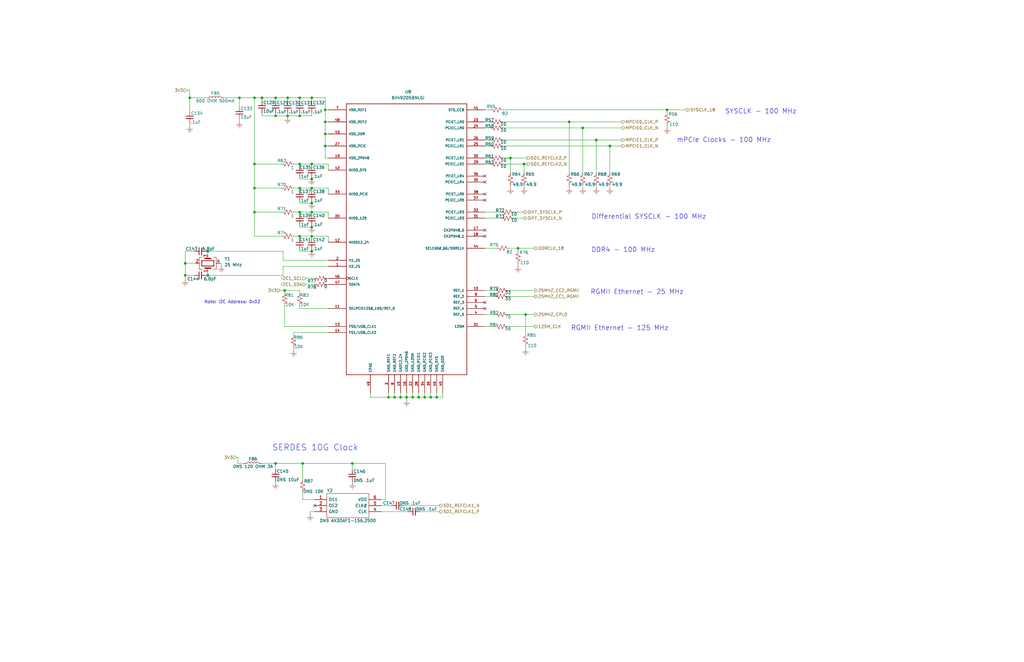
<source format=kicad_sch>
(kicad_sch (version 20200828) (generator eeschema)
  (page 5 12)
  (paper "USLedger")
  (title_block (title "AP2100") (date "2020-10-06") (rev "1") (company "ISis ImageStream Internet Solutions, Inc."))
  (lib_symbols
    (symbol "6V49205BNLGI:6V49205BNLGI" (pin_names (offset 1.016))
      (property "Reference" "U" (at -25.4254 59.1312 0))
      (property "Value" "6V49205BNLGI" (at -1.27 59.0804 0))
      (symbol "6V49205BNLGI_0_0"
        (polyline (pts (xy -25.4 58.42) (xy 25.4 58.42)) (stroke (width 0.254)))
        (polyline (pts (xy 25.4 58.42) (xy 25.4 -55.88)) (stroke (width 0.254)))
        (polyline (pts (xy 25.4 -55.88) (xy -25.4 -55.88)) (stroke (width 0.254)))
        (polyline (pts (xy -25.4 -55.88) (xy -25.4 58.42)) (stroke (width 0.254)))
        (pin output line (at -33.02 -10.16 0) (length 7.62) (name "X2_25") (number "1"))
        (pin input line (at -33.02 -7.62 0) (length 7.62) (name "X1_25") (number "2"))
        (pin power_in line (at -7.62 -63.5 90) (length 7.62) (name "GND_REF1") (number "3"))
        (pin output line (at 33.02 -30.48 180) (length 7.62) (name "REF_5") (number "4"))
        (pin output line (at 33.02 -27.94 180) (length 7.62) (name "REF_4") (number "5"))
        (pin output line (at 33.02 -25.4 180) (length 7.62) (name "REF_3") (number "6"))
        (pin power_in line (at -33.02 55.88 0) (length 7.62) (name "VDD_REF1") (number "7"))
        (pin power_in line (at -5.08 -63.5 90) (length 7.62) (name "GND_REF2") (number "8"))
        (pin output line (at 33.02 -22.86 180) (length 7.62) (name "REF_2") (number "9"))
        (pin output line (at 33.02 -20.32 180) (length 7.62) (name "REF_1") (number "10"))
        (pin bidirectional line (at -33.02 -27.94 0) (length 7.62) (name "SELPCIE125#_100/REF_0") (number "11"))
        (pin power_in line (at -33.02 0 0) (length 7.62) (name "AVDD12_24") (number "12"))
        (pin bidirectional line (at -33.02 -35.56 0) (length 7.62) (name "FS0/USB_CLK1") (number "13"))
        (pin bidirectional line (at -33.02 -38.1 0) (length 7.62) (name "FS1/USB_CLK2") (number "14"))
        (pin power_in line (at -2.54 -63.5 90) (length 7.62) (name "GND12_24") (number "15"))
        (pin power_in line (at 0 -63.5 90) (length 7.62) (name "GND_2P048") (number "16"))
        (pin output line (at 33.02 5.08 180) (length 7.62) (name "CK2P048_0") (number "17"))
        (pin output line (at 33.02 2.54 180) (length 7.62) (name "CK2P048_1") (number "18"))
        (pin power_in line (at -33.02 35.56 0) (length 7.62) (name "VDD_2P048") (number "19"))
        (pin power_in line (at -33.02 10.16 0) (length 7.62) (name "AVDD_125") (number "20"))
        (pin output line (at 33.02 -35.56 180) (length 7.62) (name "125M") (number "21"))
        (pin power_in line (at 2.54 -63.5 90) (length 7.62) (name "GND_125M") (number "22"))
        (pin output line (at 33.02 50.8 180) (length 7.62) (name "PCIET_LR0") (number "23"))
        (pin output line (at 33.02 48.26 180) (length 7.62) (name "PCIEC_LR0") (number "24"))
        (pin output line (at 33.02 40.64 180) (length 7.62) (name "PCIEC_LR1") (number "25"))
        (pin output line (at 33.02 43.18 180) (length 7.62) (name "PCIET_LR1") (number "26"))
        (pin power_in line (at -33.02 40.64 0) (length 7.62) (name "VDD_PCIE") (number "27"))
        (pin power_in line (at 5.08 -63.5 90) (length 7.62) (name "GND_PCIE1") (number "28"))
        (pin output line (at 33.02 33.02 180) (length 7.62) (name "PCIEC_LR2") (number "29"))
        (pin output line (at 33.02 35.56 180) (length 7.62) (name "PCIET_LR2") (number "30"))
        (pin output line (at 33.02 10.16 180) (length 7.62) (name "PCIEC_LR3") (number "31"))
        (pin output line (at 33.02 12.7 180) (length 7.62) (name "PCIET_LR3") (number "32"))
        (pin power_in line (at -33.02 20.32 0) (length 7.62) (name "AVDD_PCIE") (number "33"))
        (pin power_in line (at 7.62 -63.5 90) (length 7.62) (name "GND_PCIE2") (number "34"))
        (pin output line (at 33.02 25.4 180) (length 7.62) (name "PCIEC_LR4") (number "35"))
        (pin output line (at 33.02 27.94 180) (length 7.62) (name "PCIET_LR4") (number "36"))
        (pin output line (at 33.02 17.78 180) (length 7.62) (name "PCIEC_LR5") (number "37"))
        (pin output line (at 33.02 20.32 180) (length 7.62) (name "PCIET_LR5") (number "38"))
        (pin power_in line (at 10.16 -63.5 90) (length 7.62) (name "GND_PCIE3") (number "39"))
        (pin power_in line (at 12.7 -63.5 90) (length 7.62) (name "GND_SYS") (number "40"))
        (pin output line (at 33.02 55.88 180) (length 7.62) (name "SYS_CCB") (number "41"))
        (pin power_in line (at -33.02 30.48 0) (length 7.62) (name "AVDD_SYS") (number "42"))
        (pin power_in line (at -33.02 45.72 0) (length 7.62) (name "VDD_DDR") (number "43"))
        (pin bidirectional line (at 33.02 -2.54 180) (length 7.62) (name "SEL100#_66/DDRCLK") (number "44"))
        (pin power_in line (at 15.24 -63.5 90) (length 7.62) (name "GND_DDR") (number "45"))
        (pin input clock (at -33.02 -15.24 0) (length 7.62) (name "SCLK") (number "46"))
        (pin bidirectional line (at -33.02 -17.78 0) (length 7.62) (name "SDATA") (number "47"))
        (pin power_in line (at -33.02 50.8 0) (length 7.62) (name "VDD_REF2") (number "48"))
        (pin passive line (at -15.24 -63.5 90) (length 7.62) (name "EPAD") (number "49"))
      )
    )
    (symbol "AP2100-rescue:GND-Scott" (power) (pin_names (offset 0))
      (property "Value" "GND-Scott" (at 0 -3.81 0))
      (symbol "GND-Scott_1_1"
        (polyline (pts (xy -0.635 -1.905) (xy 0.635 -1.905)))
        (polyline (pts (xy -0.127 -2.54) (xy 0.127 -2.54)))
        (polyline (pts (xy 0 -1.27) (xy 0 0)))
        (polyline (pts (xy 1.27 -1.27) (xy -1.27 -1.27)))
        (pin power_in line (at 0 0 270) (length 0) hide (name "GND") (number "1"))
      )
    )
    (symbol "AX3DCF1-156.2500:AX3DCF1-156.2500" (pin_names (offset 0.762))
      (property "Reference" "Y" (at 24.13 7.62 0))
      (property "Value" "AX3DCF1-156.2500" (at 24.13 5.08 0))
      (symbol "AX3DCF1-156.2500_0_1"
        (polyline (pts (xy 5.08 2.54) (xy 22.86 2.54) (xy 22.86 -7.62) (xy 5.08 -7.62) (xy 5.08 2.54)) (stroke (width 0.1524)))
      )
      (symbol "AX3DCF1-156.2500_0_0"
        (pin input line (at 0 0 0) (length 5.08) (name "OE1") (number "1"))
        (pin input line (at 0 -2.54 0) (length 5.08) (name "OE2") (number "2"))
        (pin power_in line (at 0 -5.08 0) (length 5.08) (name "GND") (number "3"))
        (pin output line (at 27.94 -5.08 180) (length 5.08) (name "CLK") (number "4"))
        (pin output line (at 27.94 -2.54 180) (length 5.08) (name "CLK#") (number "5"))
        (pin power_in line (at 27.94 0 180) (length 5.08) (name "VDD") (number "6"))
      )
    )
    (symbol "Device:C_Small" (pin_numbers hide) (pin_names (offset 0.254) hide)
      (property "Reference" "C" (at 0.254 1.778 0))
      (property "Value" "C_Small" (at 0.254 -2.032 0))
      (symbol "C_Small_0_1"
        (polyline (pts (xy -1.524 -0.508) (xy 1.524 -0.508)) (stroke (width 0.3302)))
        (polyline (pts (xy -1.524 0.508) (xy 1.524 0.508)) (stroke (width 0.3048)))
      )
      (symbol "C_Small_1_1"
        (pin passive line (at 0 2.54 270) (length 2.032) (name "~") (number "1"))
        (pin passive line (at 0 -2.54 90) (length 2.032) (name "~") (number "2"))
      )
    )
    (symbol "Device:Crystal_GND24" (pin_names (offset 1.016) hide)
      (property "Reference" "Y" (at 3.175 5.08 0))
      (property "Value" "Crystal_GND24" (at 3.175 3.175 0))
      (symbol "Crystal_GND24_0_1"
        (rectangle (start -1.143 2.54) (end 1.143 -2.54) (stroke (width 0.3048)))
        (polyline (pts (xy -2.54 0) (xy -2.032 0)))
        (polyline (pts (xy -2.032 -1.27) (xy -2.032 1.27)) (stroke (width 0.508)))
        (polyline (pts (xy 0 -3.81) (xy 0 -3.556)))
        (polyline (pts (xy 0 3.556) (xy 0 3.81)))
        (polyline (pts (xy 2.032 -1.27) (xy 2.032 1.27)) (stroke (width 0.508)))
        (polyline (pts (xy 2.032 0) (xy 2.54 0)))
        (polyline (pts (xy -2.54 -2.286) (xy -2.54 -3.556) (xy 2.54 -3.556) (xy 2.54 -2.286)))
        (polyline (pts (xy -2.54 2.286) (xy -2.54 3.556) (xy 2.54 3.556) (xy 2.54 2.286)))
      )
      (symbol "Crystal_GND24_1_1"
        (pin passive line (at -3.81 0 0) (length 1.27) (name "1") (number "1"))
        (pin passive line (at 0 5.08 270) (length 1.27) (name "2") (number "2"))
        (pin passive line (at 3.81 0 180) (length 1.27) (name "3") (number "3"))
        (pin passive line (at 0 -5.08 90) (length 1.27) (name "4") (number "4"))
      )
    )
    (symbol "Device:L" (pin_numbers hide) (pin_names hide)
      (property "Reference" "L" (at -1.27 0 90))
      (property "Value" "L" (at 1.905 0 90))
      (symbol "L_0_1"
        (arc (start 0 -2.54) (end 0 -1.27) (radius (at 0 -1.905) (length 0.635) (angles -89.9 89.9)))
        (arc (start 0 -1.27) (end 0 0) (radius (at 0 -0.635) (length 0.635) (angles -89.9 89.9)))
        (arc (start 0 0) (end 0 1.27) (radius (at 0 0.635) (length 0.635) (angles -89.9 89.9)))
        (arc (start 0 1.27) (end 0 2.54) (radius (at 0 1.905) (length 0.635) (angles -89.9 89.9)))
      )
      (symbol "L_1_1"
        (pin passive line (at 0 3.81 270) (length 1.27) (name "1") (number "1"))
        (pin passive line (at 0 -3.81 90) (length 1.27) (name "2") (number "2"))
      )
    )
    (symbol "Device:R_Small_US" (pin_numbers hide) (pin_names (offset 0.254) hide)
      (property "Reference" "R" (at 0.762 0.508 0))
      (property "Value" "R_Small_US" (at 0.762 -1.016 0))
      (symbol "R_Small_US_1_1"
        (polyline (pts (xy 0 0) (xy 1.016 -0.381) (xy 0 -0.762) (xy -1.016 -1.143) (xy 0 -1.524)))
        (polyline (pts (xy 0 1.524) (xy 1.016 1.143) (xy 0 0.762) (xy -1.016 0.381) (xy 0 0)))
        (pin passive line (at 0 2.54 270) (length 1.016) (name "~") (number "1"))
        (pin passive line (at 0 -2.54 90) (length 1.016) (name "~") (number "2"))
      )
    )
  )
  (junction (at 78.105 111.125) (diameter 0.9144))
  (junction (at 78.105 116.205) (diameter 0.9144))
  (junction (at 80.01 41.275) (diameter 0.9144))
  (junction (at 87.63 106.045) (diameter 0.9144))
  (junction (at 87.63 116.205) (diameter 0.9144))
  (junction (at 100.965 41.275) (diameter 0.9144))
  (junction (at 107.315 41.275) (diameter 0.9144))
  (junction (at 107.315 69.215) (diameter 0.9144))
  (junction (at 107.315 79.375) (diameter 0.9144))
  (junction (at 107.315 89.535) (diameter 0.9144))
  (junction (at 110.49 41.275) (diameter 0.9144))
  (junction (at 116.205 41.275) (diameter 0.9144))
  (junction (at 116.205 48.895) (diameter 0.9144))
  (junction (at 116.205 195.58) (diameter 0.9144))
  (junction (at 120.015 122.555) (diameter 0.9144))
  (junction (at 121.285 41.275) (diameter 0.9144))
  (junction (at 121.285 48.895) (diameter 0.9144))
  (junction (at 126.365 41.275) (diameter 0.9144))
  (junction (at 126.365 48.895) (diameter 0.9144))
  (junction (at 126.365 69.215) (diameter 0.9144))
  (junction (at 126.365 79.375) (diameter 0.9144))
  (junction (at 126.365 89.535) (diameter 0.9144))
  (junction (at 126.365 99.695) (diameter 0.9144))
  (junction (at 127.635 195.58) (diameter 0.9144))
  (junction (at 131.445 41.275) (diameter 0.9144))
  (junction (at 131.445 69.215) (diameter 0.9144))
  (junction (at 131.445 75.565) (diameter 0.9144))
  (junction (at 131.445 79.375) (diameter 0.9144))
  (junction (at 131.445 85.725) (diameter 0.9144))
  (junction (at 131.445 89.535) (diameter 0.9144))
  (junction (at 131.445 95.885) (diameter 0.9144))
  (junction (at 131.445 99.695) (diameter 0.9144))
  (junction (at 131.445 106.045) (diameter 0.9144))
  (junction (at 137.16 46.355) (diameter 0.9144))
  (junction (at 137.16 51.435) (diameter 0.9144))
  (junction (at 137.16 56.515) (diameter 0.9144))
  (junction (at 137.16 61.595) (diameter 0.9144))
  (junction (at 148.59 195.58) (diameter 0.9144))
  (junction (at 163.83 167.64) (diameter 0.9144))
  (junction (at 166.37 167.64) (diameter 0.9144))
  (junction (at 168.91 167.64) (diameter 0.9144))
  (junction (at 171.45 167.64) (diameter 0.9144))
  (junction (at 173.99 167.64) (diameter 0.9144))
  (junction (at 176.53 167.64) (diameter 0.9144))
  (junction (at 179.07 167.64) (diameter 0.9144))
  (junction (at 181.61 167.64) (diameter 0.9144))
  (junction (at 184.15 167.64) (diameter 0.9144))
  (junction (at 215.265 66.675) (diameter 0.9144))
  (junction (at 218.44 104.775) (diameter 0.9144))
  (junction (at 220.98 69.215) (diameter 0.9144))
  (junction (at 221.615 132.715) (diameter 0.9144))
  (junction (at 240.03 51.435) (diameter 0.9144))
  (junction (at 245.745 53.975) (diameter 0.9144))
  (junction (at 251.46 59.055) (diameter 0.9144))
  (junction (at 257.175 61.595) (diameter 0.9144))
  (junction (at 281.305 46.355) (diameter 0.9144))
  (no_connect (at 204.47 97.155))
  (no_connect (at 132.715 213.36))
  (no_connect (at 204.47 99.695))
  (no_connect (at 204.47 84.455))
  (no_connect (at 204.47 74.295))
  (no_connect (at 204.47 76.835))
  (no_connect (at 204.47 130.175))
  (no_connect (at 204.47 81.915))
  (no_connect (at 204.47 127.635))
  (wire (pts (xy 78.105 106.045) (xy 78.105 111.125)))
  (wire (pts (xy 78.105 106.045) (xy 81.915 106.045)))
  (wire (pts (xy 78.105 111.125) (xy 78.105 116.205)))
  (wire (pts (xy 78.105 111.125) (xy 82.55 111.125)))
  (wire (pts (xy 78.105 116.205) (xy 78.105 118.11)))
  (wire (pts (xy 78.105 116.205) (xy 81.915 116.205)))
  (wire (pts (xy 78.74 38.1) (xy 80.01 38.1)))
  (wire (pts (xy 80.01 38.1) (xy 80.01 41.275)))
  (wire (pts (xy 80.01 41.275) (xy 80.01 46.99)))
  (wire (pts (xy 80.01 52.07) (xy 80.01 53.34)))
  (wire (pts (xy 86.995 41.275) (xy 80.01 41.275)))
  (wire (pts (xy 86.995 106.045) (xy 87.63 106.045)))
  (wire (pts (xy 86.995 116.205) (xy 87.63 116.205)))
  (wire (pts (xy 87.63 106.045) (xy 119.38 106.045)))
  (wire (pts (xy 87.63 107.315) (xy 87.63 106.045)))
  (wire (pts (xy 87.63 116.205) (xy 87.63 114.935)))
  (wire (pts (xy 93.345 111.125) (xy 92.71 111.125)))
  (wire (pts (xy 93.345 112.395) (xy 93.345 111.125)))
  (wire (pts (xy 94.615 41.275) (xy 100.965 41.275)))
  (wire (pts (xy 99.695 193.04) (xy 100.33 193.04)))
  (wire (pts (xy 100.33 193.04) (xy 100.33 195.58)))
  (wire (pts (xy 100.965 41.275) (xy 100.965 45.085)))
  (wire (pts (xy 100.965 50.165) (xy 100.965 51.435)))
  (wire (pts (xy 102.87 195.58) (xy 100.33 195.58)))
  (wire (pts (xy 107.315 41.275) (xy 100.965 41.275)))
  (wire (pts (xy 107.315 69.215) (xy 107.315 41.275)))
  (wire (pts (xy 107.315 69.215) (xy 118.745 69.215)))
  (wire (pts (xy 107.315 79.375) (xy 107.315 69.215)))
  (wire (pts (xy 107.315 79.375) (xy 118.745 79.375)))
  (wire (pts (xy 107.315 89.535) (xy 107.315 79.375)))
  (wire (pts (xy 107.315 89.535) (xy 118.745 89.535)))
  (wire (pts (xy 107.315 99.695) (xy 107.315 89.535)))
  (wire (pts (xy 110.49 41.275) (xy 107.315 41.275)))
  (wire (pts (xy 110.49 41.275) (xy 116.205 41.275)))
  (wire (pts (xy 110.49 42.545) (xy 110.49 41.275)))
  (wire (pts (xy 110.49 47.625) (xy 110.49 48.895)))
  (wire (pts (xy 110.49 48.895) (xy 116.205 48.895)))
  (wire (pts (xy 116.205 41.275) (xy 116.205 42.545)))
  (wire (pts (xy 116.205 41.275) (xy 121.285 41.275)))
  (wire (pts (xy 116.205 47.625) (xy 116.205 48.895)))
  (wire (pts (xy 116.205 48.895) (xy 121.285 48.895)))
  (wire (pts (xy 116.205 195.58) (xy 110.49 195.58)))
  (wire (pts (xy 116.205 195.58) (xy 116.205 198.12)))
  (wire (pts (xy 116.205 203.2) (xy 116.205 203.835)))
  (wire (pts (xy 118.11 122.555) (xy 120.015 122.555)))
  (wire (pts (xy 118.745 99.695) (xy 107.315 99.695)))
  (wire (pts (xy 119.38 106.045) (xy 119.38 109.855)))
  (wire (pts (xy 119.38 109.855) (xy 138.43 109.855)))
  (wire (pts (xy 119.38 112.395) (xy 119.38 116.205)))
  (wire (pts (xy 119.38 116.205) (xy 87.63 116.205)))
  (wire (pts (xy 120.015 122.555) (xy 120.015 123.825)))
  (wire (pts (xy 120.015 122.555) (xy 126.365 122.555)))
  (wire (pts (xy 120.015 128.905) (xy 120.015 137.795)))
  (wire (pts (xy 120.015 137.795) (xy 138.43 137.795)))
  (wire (pts (xy 121.285 41.275) (xy 121.285 42.545)))
  (wire (pts (xy 121.285 41.275) (xy 126.365 41.275)))
  (wire (pts (xy 121.285 47.625) (xy 121.285 48.895)))
  (wire (pts (xy 121.285 48.895) (xy 121.285 49.53)))
  (wire (pts (xy 123.825 140.335) (xy 123.825 141.605)))
  (wire (pts (xy 123.825 146.685) (xy 123.825 147.955)))
  (wire (pts (xy 126.365 41.275) (xy 126.365 42.545)))
  (wire (pts (xy 126.365 41.275) (xy 131.445 41.275)))
  (wire (pts (xy 126.365 47.625) (xy 126.365 48.895)))
  (wire (pts (xy 126.365 48.895) (xy 121.285 48.895)))
  (wire (pts (xy 126.365 48.895) (xy 131.445 48.895)))
  (wire (pts (xy 126.365 69.215) (xy 123.825 69.215)))
  (wire (pts (xy 126.365 69.215) (xy 126.365 69.85)))
  (wire (pts (xy 126.365 74.93) (xy 126.365 75.565)))
  (wire (pts (xy 126.365 75.565) (xy 131.445 75.565)))
  (wire (pts (xy 126.365 79.375) (xy 123.825 79.375)))
  (wire (pts (xy 126.365 79.375) (xy 126.365 80.01)))
  (wire (pts (xy 126.365 85.09) (xy 126.365 85.725)))
  (wire (pts (xy 126.365 85.725) (xy 131.445 85.725)))
  (wire (pts (xy 126.365 89.535) (xy 123.825 89.535)))
  (wire (pts (xy 126.365 89.535) (xy 126.365 90.17)))
  (wire (pts (xy 126.365 95.25) (xy 126.365 95.885)))
  (wire (pts (xy 126.365 95.885) (xy 131.445 95.885)))
  (wire (pts (xy 126.365 99.695) (xy 123.825 99.695)))
  (wire (pts (xy 126.365 99.695) (xy 126.365 100.33)))
  (wire (pts (xy 126.365 105.41) (xy 126.365 106.045)))
  (wire (pts (xy 126.365 106.045) (xy 131.445 106.045)))
  (wire (pts (xy 126.365 123.825) (xy 126.365 122.555)))
  (wire (pts (xy 126.365 130.175) (xy 126.365 128.905)))
  (wire (pts (xy 127.635 195.58) (xy 116.205 195.58)))
  (wire (pts (xy 127.635 195.58) (xy 127.635 202.565)))
  (wire (pts (xy 127.635 207.645) (xy 127.635 210.82)))
  (wire (pts (xy 127.635 210.82) (xy 132.715 210.82)))
  (wire (pts (xy 128.905 117.475) (xy 132.715 117.475)))
  (wire (pts (xy 128.905 120.015) (xy 132.715 120.015)))
  (wire (pts (xy 130.81 215.9) (xy 130.81 217.17)))
  (wire (pts (xy 131.445 41.275) (xy 131.445 42.545)))
  (wire (pts (xy 131.445 41.275) (xy 137.16 41.275)))
  (wire (pts (xy 131.445 48.895) (xy 131.445 47.625)))
  (wire (pts (xy 131.445 69.215) (xy 126.365 69.215)))
  (wire (pts (xy 131.445 69.215) (xy 131.445 69.85)))
  (wire (pts (xy 131.445 74.93) (xy 131.445 75.565)))
  (wire (pts (xy 131.445 79.375) (xy 126.365 79.375)))
  (wire (pts (xy 131.445 79.375) (xy 131.445 80.01)))
  (wire (pts (xy 131.445 85.09) (xy 131.445 85.725)))
  (wire (pts (xy 131.445 89.535) (xy 126.365 89.535)))
  (wire (pts (xy 131.445 89.535) (xy 131.445 90.17)))
  (wire (pts (xy 131.445 95.25) (xy 131.445 95.885)))
  (wire (pts (xy 131.445 99.695) (xy 126.365 99.695)))
  (wire (pts (xy 131.445 99.695) (xy 131.445 100.33)))
  (wire (pts (xy 131.445 105.41) (xy 131.445 106.045)))
  (wire (pts (xy 132.715 215.9) (xy 130.81 215.9)))
  (wire (pts (xy 137.16 41.275) (xy 137.16 46.355)))
  (wire (pts (xy 137.16 46.355) (xy 137.16 51.435)))
  (wire (pts (xy 137.16 46.355) (xy 138.43 46.355)))
  (wire (pts (xy 137.16 51.435) (xy 137.16 56.515)))
  (wire (pts (xy 137.16 51.435) (xy 138.43 51.435)))
  (wire (pts (xy 137.16 56.515) (xy 137.16 61.595)))
  (wire (pts (xy 137.16 56.515) (xy 138.43 56.515)))
  (wire (pts (xy 137.16 61.595) (xy 137.16 66.675)))
  (wire (pts (xy 137.16 61.595) (xy 138.43 61.595)))
  (wire (pts (xy 137.16 66.675) (xy 138.43 66.675)))
  (wire (pts (xy 137.795 117.475) (xy 138.43 117.475)))
  (wire (pts (xy 137.795 120.015) (xy 138.43 120.015)))
  (wire (pts (xy 138.43 69.215) (xy 131.445 69.215)))
  (wire (pts (xy 138.43 69.215) (xy 138.43 71.755)))
  (wire (pts (xy 138.43 79.375) (xy 131.445 79.375)))
  (wire (pts (xy 138.43 79.375) (xy 138.43 81.915)))
  (wire (pts (xy 138.43 89.535) (xy 131.445 89.535)))
  (wire (pts (xy 138.43 89.535) (xy 138.43 92.075)))
  (wire (pts (xy 138.43 99.695) (xy 131.445 99.695)))
  (wire (pts (xy 138.43 99.695) (xy 138.43 102.235)))
  (wire (pts (xy 138.43 112.395) (xy 119.38 112.395)))
  (wire (pts (xy 138.43 130.175) (xy 126.365 130.175)))
  (wire (pts (xy 138.43 140.335) (xy 123.825 140.335)))
  (wire (pts (xy 148.59 195.58) (xy 127.635 195.58)))
  (wire (pts (xy 148.59 195.58) (xy 148.59 198.12)))
  (wire (pts (xy 148.59 203.2) (xy 148.59 203.835)))
  (wire (pts (xy 156.21 165.735) (xy 156.21 167.64)))
  (wire (pts (xy 156.21 167.64) (xy 163.83 167.64)))
  (wire (pts (xy 160.655 210.82) (xy 162.56 210.82)))
  (wire (pts (xy 160.655 213.36) (xy 165.1 213.36)))
  (wire (pts (xy 160.655 215.9) (xy 172.085 215.9)))
  (wire (pts (xy 162.56 195.58) (xy 148.59 195.58)))
  (wire (pts (xy 162.56 210.82) (xy 162.56 195.58)))
  (wire (pts (xy 163.83 165.735) (xy 163.83 167.64)))
  (wire (pts (xy 163.83 167.64) (xy 166.37 167.64)))
  (wire (pts (xy 166.37 165.735) (xy 166.37 167.64)))
  (wire (pts (xy 166.37 167.64) (xy 168.91 167.64)))
  (wire (pts (xy 168.91 165.735) (xy 168.91 167.64)))
  (wire (pts (xy 168.91 167.64) (xy 171.45 167.64)))
  (wire (pts (xy 170.18 213.36) (xy 185.42 213.36)))
  (wire (pts (xy 171.45 165.735) (xy 171.45 167.64)))
  (wire (pts (xy 171.45 167.64) (xy 171.45 168.91)))
  (wire (pts (xy 171.45 167.64) (xy 173.99 167.64)))
  (wire (pts (xy 173.99 165.735) (xy 173.99 167.64)))
  (wire (pts (xy 173.99 167.64) (xy 176.53 167.64)))
  (wire (pts (xy 176.53 165.735) (xy 176.53 167.64)))
  (wire (pts (xy 176.53 167.64) (xy 179.07 167.64)))
  (wire (pts (xy 177.165 215.9) (xy 185.42 215.9)))
  (wire (pts (xy 179.07 165.735) (xy 179.07 167.64)))
  (wire (pts (xy 179.07 167.64) (xy 181.61 167.64)))
  (wire (pts (xy 181.61 165.735) (xy 181.61 167.64)))
  (wire (pts (xy 181.61 167.64) (xy 184.15 167.64)))
  (wire (pts (xy 184.15 165.735) (xy 184.15 167.64)))
  (wire (pts (xy 184.15 167.64) (xy 186.69 167.64)))
  (wire (pts (xy 186.69 167.64) (xy 186.69 165.735)))
  (wire (pts (xy 204.47 46.355) (xy 207.01 46.355)))
  (wire (pts (xy 204.47 51.435) (xy 207.01 51.435)))
  (wire (pts (xy 204.47 53.975) (xy 207.01 53.975)))
  (wire (pts (xy 204.47 59.055) (xy 207.01 59.055)))
  (wire (pts (xy 204.47 61.595) (xy 207.01 61.595)))
  (wire (pts (xy 204.47 66.675) (xy 207.01 66.675)))
  (wire (pts (xy 204.47 69.215) (xy 207.01 69.215)))
  (wire (pts (xy 204.47 89.535) (xy 211.455 89.535)))
  (wire (pts (xy 204.47 92.075) (xy 211.455 92.075)))
  (wire (pts (xy 204.47 104.775) (xy 209.55 104.775)))
  (wire (pts (xy 204.47 122.555) (xy 208.915 122.555)))
  (wire (pts (xy 204.47 125.095) (xy 208.915 125.095)))
  (wire (pts (xy 204.47 132.715) (xy 208.915 132.715)))
  (wire (pts (xy 204.47 137.795) (xy 208.915 137.795)))
  (wire (pts (xy 212.09 46.355) (xy 281.305 46.355)))
  (wire (pts (xy 212.09 51.435) (xy 240.03 51.435)))
  (wire (pts (xy 212.09 53.975) (xy 245.745 53.975)))
  (wire (pts (xy 212.09 59.055) (xy 251.46 59.055)))
  (wire (pts (xy 212.09 61.595) (xy 257.175 61.595)))
  (wire (pts (xy 212.09 69.215) (xy 220.98 69.215)))
  (wire (pts (xy 213.36 66.675) (xy 215.265 66.675)))
  (wire (pts (xy 213.995 122.555) (xy 225.425 122.555)))
  (wire (pts (xy 213.995 125.095) (xy 225.425 125.095)))
  (wire (pts (xy 213.995 132.715) (xy 221.615 132.715)))
  (wire (pts (xy 213.995 137.795) (xy 225.425 137.795)))
  (wire (pts (xy 214.63 104.775) (xy 218.44 104.775)))
  (wire (pts (xy 215.265 66.675) (xy 212.09 66.675)))
  (wire (pts (xy 215.265 66.675) (xy 215.265 73.025)))
  (wire (pts (xy 215.265 66.675) (xy 222.25 66.675)))
  (wire (pts (xy 215.265 78.105) (xy 215.265 79.375)))
  (wire (pts (xy 216.535 89.535) (xy 220.98 89.535)))
  (wire (pts (xy 216.535 92.075) (xy 220.98 92.075)))
  (wire (pts (xy 218.44 104.775) (xy 218.44 106.045)))
  (wire (pts (xy 218.44 104.775) (xy 225.425 104.775)))
  (wire (pts (xy 218.44 111.125) (xy 218.44 112.395)))
  (wire (pts (xy 220.98 69.215) (xy 220.98 73.025)))
  (wire (pts (xy 220.98 69.215) (xy 222.25 69.215)))
  (wire (pts (xy 220.98 78.105) (xy 220.98 79.375)))
  (wire (pts (xy 221.615 132.715) (xy 221.615 140.97)))
  (wire (pts (xy 221.615 132.715) (xy 225.425 132.715)))
  (wire (pts (xy 221.615 146.05) (xy 221.615 147.32)))
  (wire (pts (xy 240.03 51.435) (xy 240.03 73.025)))
  (wire (pts (xy 240.03 51.435) (xy 262.255 51.435)))
  (wire (pts (xy 240.03 78.105) (xy 240.03 79.375)))
  (wire (pts (xy 245.745 53.975) (xy 245.745 73.025)))
  (wire (pts (xy 245.745 53.975) (xy 262.255 53.975)))
  (wire (pts (xy 245.745 78.105) (xy 245.745 79.375)))
  (wire (pts (xy 251.46 59.055) (xy 251.46 73.025)))
  (wire (pts (xy 251.46 59.055) (xy 262.255 59.055)))
  (wire (pts (xy 251.46 78.105) (xy 251.46 79.375)))
  (wire (pts (xy 257.175 61.595) (xy 257.175 73.025)))
  (wire (pts (xy 257.175 61.595) (xy 262.255 61.595)))
  (wire (pts (xy 257.175 78.105) (xy 257.175 79.375)))
  (wire (pts (xy 281.305 46.355) (xy 281.305 47.625)))
  (wire (pts (xy 281.305 46.355) (xy 289.56 46.355)))
  (wire (pts (xy 281.305 52.705) (xy 281.305 53.975)))
  (text "Note: I2C Address: 0xD2" (at 109.855 128.27 180) (effects (font (size 1.27 1.27)) (justify right bottom)))
  (text "SERDES 10G Clock" (at 151.13 190.5 180) (effects (font (size 2.54 2.54)) (justify right bottom)))
  (text "DDR4 - 100 MHz" (at 276.225 106.68 180) (effects (font (size 2.0066 2.0066)) (justify right bottom)))
  (text "RGMII Ethernet - 125 MHz" (at 281.94 139.7 180) (effects (font (size 2.0066 2.0066)) (justify right bottom)))
  (text "RGMII Ethernet - 25 MHz" (at 288.29 124.46 180) (effects (font (size 2.0066 2.0066)) (justify right bottom)))
  (text "Differential SYSCLK - 100 MHz" (at 297.815 92.71 180) (effects (font (size 2.0066 2.0066)) (justify right bottom)))
  (text "mPCIe Clocks - 100 MHz" (at 325.12 60.325 180) (effects (font (size 2.0066 2.0066)) (justify right bottom)))
  (text "SYSCLK - 100 MHz" (at 335.915 48.26 180) (effects (font (size 2.0066 2.0066)) (justify right bottom)))
  (hierarchical_label "3V3" (shape input) (at 78.74 38.1 180))
  (hierarchical_label "3V3" (shape input) (at 99.695 193.04 180))
  (hierarchical_label "3V3" (shape input) (at 118.11 122.555 180))
  (hierarchical_label "I2C1_SCL" (shape input) (at 128.905 117.475 180))
  (hierarchical_label "I2C1_SDA" (shape input) (at 128.905 120.015 180))
  (hierarchical_label "SD1_REFCLK1_N" (shape output) (at 185.42 213.36 0))
  (hierarchical_label "SD1_REFCLK1_P" (shape output) (at 185.42 215.9 0))
  (hierarchical_label "DIFF_SYSCLK_P" (shape output) (at 220.98 89.535 0))
  (hierarchical_label "DIFF_SYSCLK_N" (shape output) (at 220.98 92.075 0))
  (hierarchical_label "SD1_REFCLK2_P" (shape output) (at 222.25 66.675 0))
  (hierarchical_label "SD1_REFCLK2_N" (shape output) (at 222.25 69.215 0))
  (hierarchical_label "DDRCLK_18" (shape output) (at 225.425 104.775 0))
  (hierarchical_label "25MHZ_EC2_RGMII" (shape output) (at 225.425 122.555 0))
  (hierarchical_label "25MHZ_EC1_RGMII" (shape output) (at 225.425 125.095 0))
  (hierarchical_label "25MHZ_CPLD" (shape output) (at 225.425 132.715 0))
  (hierarchical_label "125M_CLK" (shape output) (at 225.425 137.795 0))
  (hierarchical_label "MPCIE0_CLK_P" (shape output) (at 262.255 51.435 0))
  (hierarchical_label "MPCIE0_CLK_N" (shape output) (at 262.255 53.975 0))
  (hierarchical_label "MPCIE1_CLK_P" (shape output) (at 262.255 59.055 0))
  (hierarchical_label "MPCIE1_CLK_N" (shape output) (at 262.255 61.595 0))
  (hierarchical_label "SYSCLK_18" (shape output) (at 289.56 46.355 0))
  (symbol (lib_id "Device:L") (at 90.805 41.275 270) (mirror x) (unit 1)
    (property "Reference" "FB5" (at 90.805 39.37 90))
    (property "Value" "600 OHM 500mA" (at 90.805 42.545 90))
    (property "Footprint" "Inductor_SMD:L_0603_1608Metric" (effects hide))
    (property "Datasheet" "https://www.mouser.com/datasheet/2/281/c31e-794748.pdf" (effects hide))
    (property "PartsBoxID" "0603-600R-500mA" (effects hide))
  )
  (symbol (lib_id "Device:L") (at 106.68 195.58 90) (unit 1)
    (property "Reference" "FB6" (at 106.68 193.675 90))
    (property "Value" "DNS 120 OHM 3A" (at 106.68 196.85 90))
    (property "Footprint" "Inductor_SMD:L_0603_1608Metric" (effects hide))
    (property "PartsBoxID" "0603-120R-3A" (effects hide))
  )
  (symbol (lib_id "AP2100-rescue:GND-Scott") (at 78.105 118.11 0) (unit 1)
    (property "Reference" "#PWR087" (effects hide))
    (property "Value" "GND" (effects hide))
  )
  (symbol (lib_id "AP2100-rescue:GND-Scott") (at 80.01 53.34 0) (unit 1)
    (property "Reference" "#PWR073" (effects hide))
    (property "Value" "GND" (effects hide))
  )
  (symbol (lib_id "AP2100-rescue:GND-Scott") (at 93.345 112.395 0) (unit 1)
    (property "Reference" "#PWR085" (effects hide))
    (property "Value" "GND" (effects hide))
  )
  (symbol (lib_id "AP2100-rescue:GND-Scott") (at 100.965 51.435 0) (unit 1)
    (property "Reference" "#PWR072" (effects hide))
    (property "Value" "GND" (effects hide))
  )
  (symbol (lib_id "AP2100-rescue:GND-Scott") (at 116.205 203.835 0) (unit 1)
    (property "Reference" "#PWR091" (effects hide))
    (property "Value" "GND" (effects hide))
  )
  (symbol (lib_id "AP2100-rescue:GND-Scott") (at 121.285 49.53 0) (unit 1)
    (property "Reference" "#PWR071" (effects hide))
    (property "Value" "GND" (effects hide))
  )
  (symbol (lib_id "AP2100-rescue:GND-Scott") (at 123.825 147.955 0) (unit 1)
    (property "Reference" "#PWR089" (effects hide))
    (property "Value" "GND" (effects hide))
  )
  (symbol (lib_id "AP2100-rescue:GND-Scott") (at 130.81 217.17 0) (unit 1)
    (property "Reference" "#PWR093" (effects hide))
    (property "Value" "GND" (effects hide))
  )
  (symbol (lib_id "AP2100-rescue:GND-Scott") (at 131.445 75.565 0) (unit 1)
    (property "Reference" "#PWR075" (effects hide))
    (property "Value" "GND" (effects hide))
  )
  (symbol (lib_id "AP2100-rescue:GND-Scott") (at 131.445 85.725 0) (unit 1)
    (property "Reference" "#PWR082" (effects hide))
    (property "Value" "GND" (effects hide))
  )
  (symbol (lib_id "AP2100-rescue:GND-Scott") (at 131.445 95.885 0) (unit 1)
    (property "Reference" "#PWR083" (effects hide))
    (property "Value" "GND" (effects hide))
  )
  (symbol (lib_id "AP2100-rescue:GND-Scott") (at 131.445 106.045 0) (unit 1)
    (property "Reference" "#PWR084" (effects hide))
    (property "Value" "GND" (effects hide))
  )
  (symbol (lib_id "AP2100-rescue:GND-Scott") (at 148.59 203.835 0) (unit 1)
    (property "Reference" "#PWR092" (effects hide))
    (property "Value" "GND" (effects hide))
  )
  (symbol (lib_id "AP2100-rescue:GND-Scott") (at 171.45 168.91 0) (unit 1)
    (property "Reference" "#PWR090" (effects hide))
    (property "Value" "GND" (effects hide))
  )
  (symbol (lib_id "AP2100-rescue:GND-Scott") (at 215.265 79.375 0) (unit 1)
    (property "Reference" "#PWR076" (effects hide))
    (property "Value" "GND" (effects hide))
  )
  (symbol (lib_id "AP2100-rescue:GND-Scott") (at 218.44 112.395 0) (unit 1)
    (property "Reference" "#PWR086" (effects hide))
    (property "Value" "GND" (effects hide))
  )
  (symbol (lib_id "AP2100-rescue:GND-Scott") (at 220.98 79.375 0) (unit 1)
    (property "Reference" "#PWR077" (effects hide))
    (property "Value" "GND" (effects hide))
  )
  (symbol (lib_id "AP2100-rescue:GND-Scott") (at 221.615 147.32 0) (unit 1)
    (property "Reference" "#PWR088" (effects hide))
    (property "Value" "GND" (effects hide))
  )
  (symbol (lib_id "AP2100-rescue:GND-Scott") (at 240.03 79.375 0) (unit 1)
    (property "Reference" "#PWR078" (effects hide))
    (property "Value" "GND" (effects hide))
  )
  (symbol (lib_id "AP2100-rescue:GND-Scott") (at 245.745 79.375 0) (unit 1)
    (property "Reference" "#PWR079" (effects hide))
    (property "Value" "GND" (effects hide))
  )
  (symbol (lib_id "AP2100-rescue:GND-Scott") (at 251.46 79.375 0) (unit 1)
    (property "Reference" "#PWR080" (effects hide))
    (property "Value" "GND" (effects hide))
  )
  (symbol (lib_id "AP2100-rescue:GND-Scott") (at 257.175 79.375 0) (unit 1)
    (property "Reference" "#PWR081" (effects hide))
    (property "Value" "GND" (effects hide))
  )
  (symbol (lib_id "AP2100-rescue:GND-Scott") (at 281.305 53.975 0) (unit 1)
    (property "Reference" "#PWR074" (effects hide))
    (property "Value" "GND" (effects hide))
  )
  (symbol (lib_id "Device:R_Small_US") (at 120.015 126.365 0) (mirror y) (unit 1)
    (property "Reference" "R81" (at 123.952 124.587 0) (effects (justify left)))
    (property "Value" "10K" (at 124.206 128.524 0) (effects (justify left)))
    (property "Footprint" "Resistor_SMD:R_0402_1005Metric" (effects hide))
    (property "PartsBoxID" "0402-10K-1%" (effects hide))
  )
  (symbol (lib_id "Device:R_Small_US") (at 121.285 69.215 90) (mirror x) (unit 1)
    (property "Reference" "R62" (at 120.777 67.818 90) (effects (justify left)))
    (property "Value" "1" (at 124.079 70.739 90) (effects (justify left)))
    (property "Footprint" "Resistor_SMD:R_0402_1005Metric" (effects hide))
    (property "PartsBoxID" "0402-1-1%" (effects hide))
  )
  (symbol (lib_id "Device:R_Small_US") (at 121.285 79.375 90) (mirror x) (unit 1)
    (property "Reference" "R70" (at 120.777 77.978 90) (effects (justify left)))
    (property "Value" "1" (at 124.079 80.899 90) (effects (justify left)))
    (property "Footprint" "Resistor_SMD:R_0402_1005Metric" (effects hide))
    (property "PartsBoxID" "0402-1-1%" (effects hide))
  )
  (symbol (lib_id "Device:R_Small_US") (at 121.285 89.535 90) (mirror x) (unit 1)
    (property "Reference" "R71" (at 120.777 88.138 90) (effects (justify left)))
    (property "Value" "1" (at 124.079 91.059 90) (effects (justify left)))
    (property "Footprint" "Resistor_SMD:R_0402_1005Metric" (effects hide))
    (property "PartsBoxID" "0402-1-1%" (effects hide))
  )
  (symbol (lib_id "Device:R_Small_US") (at 121.285 99.695 90) (mirror x) (unit 1)
    (property "Reference" "R74" (at 120.777 98.298 90) (effects (justify left)))
    (property "Value" "1" (at 124.079 101.219 90) (effects (justify left)))
    (property "Footprint" "Resistor_SMD:R_0402_1005Metric" (effects hide))
    (property "PartsBoxID" "0402-1-1%" (effects hide))
  )
  (symbol (lib_id "Device:R_Small_US") (at 123.825 144.145 0) (mirror y) (unit 1)
    (property "Reference" "R86" (at 127.762 142.367 0) (effects (justify left)))
    (property "Value" "10K" (at 128.016 146.304 0) (effects (justify left)))
    (property "Footprint" "Resistor_SMD:R_0402_1005Metric" (effects hide))
    (property "PartsBoxID" "0402-10K-1%" (effects hide))
  )
  (symbol (lib_id "Device:R_Small_US") (at 126.365 126.365 0) (mirror y) (unit 1)
    (property "Reference" "R82" (at 130.302 124.587 0) (effects (justify left)))
    (property "Value" "10K" (at 130.556 128.524 0) (effects (justify left)))
    (property "Footprint" "Resistor_SMD:R_0402_1005Metric" (effects hide))
    (property "PartsBoxID" "0402-10K-1%" (effects hide))
  )
  (symbol (lib_id "Device:R_Small_US") (at 127.635 205.105 0) (mirror x) (unit 1)
    (property "Reference" "R87" (at 128.143 203.073 0) (effects (justify left)))
    (property "Value" "DNS 10K" (at 127.889 207.391 0) (effects (justify left)))
    (property "Footprint" "Resistor_SMD:R_0402_1005Metric" (effects hide))
    (property "PartsBoxID" "0402-10K-1%" (effects hide))
  )
  (symbol (lib_id "Device:R_Small_US") (at 135.255 117.475 90) (mirror x) (unit 1)
    (property "Reference" "R77" (at 133.477 118.618 90) (effects (justify left)))
    (property "Value" "0" (at 138.049 118.364 90) (effects (justify left)))
    (property "Footprint" "Resistor_SMD:R_0402_1005Metric" (effects hide))
    (property "PartsBoxID" "0402-0-1%" (effects hide))
  )
  (symbol (lib_id "Device:R_Small_US") (at 135.255 120.015 90) (mirror x) (unit 1)
    (property "Reference" "R78" (at 133.477 121.158 90) (effects (justify left)))
    (property "Value" "0" (at 138.049 120.904 90) (effects (justify left)))
    (property "Footprint" "Resistor_SMD:R_0402_1005Metric" (effects hide))
    (property "PartsBoxID" "0402-0-1%" (effects hide))
  )
  (symbol (lib_id "Device:R_Small_US") (at 209.55 46.355 90) (mirror x) (unit 1)
    (property "Reference" "R55" (at 209.042 44.958 90) (effects (justify left)))
    (property "Value" "82" (at 214.249 47.879 90) (effects (justify left)))
    (property "Footprint" "Resistor_SMD:R_0402_1005Metric" (effects hide))
    (property "PartsBoxID" "0402-82-1%" (effects hide))
  )
  (symbol (lib_id "Device:R_Small_US") (at 209.55 51.435 90) (mirror x) (unit 1)
    (property "Reference" "R57" (at 208.407 50.673 90) (effects (justify left)))
    (property "Value" "10" (at 213.614 52.324 90) (effects (justify left)))
    (property "Footprint" "Resistor_SMD:R_0402_1005Metric" (effects hide))
    (property "PartsBoxID" "0402-10-1%" (effects hide))
  )
  (symbol (lib_id "Device:R_Small_US") (at 209.55 53.975 90) (mirror x) (unit 1)
    (property "Reference" "R58" (at 208.407 53.213 90) (effects (justify left)))
    (property "Value" "10" (at 213.614 54.864 90) (effects (justify left)))
    (property "Footprint" "Resistor_SMD:R_0402_1005Metric" (effects hide))
    (property "PartsBoxID" "0402-10-1%" (effects hide))
  )
  (symbol (lib_id "Device:R_Small_US") (at 209.55 59.055 90) (mirror x) (unit 1)
    (property "Reference" "R59" (at 208.407 58.293 90) (effects (justify left)))
    (property "Value" "10" (at 213.614 59.944 90) (effects (justify left)))
    (property "Footprint" "Resistor_SMD:R_0402_1005Metric" (effects hide))
    (property "PartsBoxID" "0402-10-1%" (effects hide))
  )
  (symbol (lib_id "Device:R_Small_US") (at 209.55 61.595 90) (mirror x) (unit 1)
    (property "Reference" "R60" (at 208.407 60.833 90) (effects (justify left)))
    (property "Value" "10" (at 213.614 62.484 90) (effects (justify left)))
    (property "Footprint" "Resistor_SMD:R_0402_1005Metric" (effects hide))
    (property "PartsBoxID" "0402-10-1%" (effects hide))
  )
  (symbol (lib_id "Device:R_Small_US") (at 209.55 66.675 90) (mirror x) (unit 1)
    (property "Reference" "R61" (at 208.407 65.913 90) (effects (justify left)))
    (property "Value" "10" (at 213.614 67.564 90) (effects (justify left)))
    (property "Footprint" "Resistor_SMD:R_0402_1005Metric" (effects hide))
    (property "PartsBoxID" "0402-10-1%" (effects hide))
  )
  (symbol (lib_id "Device:R_Small_US") (at 209.55 69.215 90) (mirror x) (unit 1)
    (property "Reference" "R63" (at 208.407 68.453 90) (effects (justify left)))
    (property "Value" "10" (at 213.614 70.104 90) (effects (justify left)))
    (property "Footprint" "Resistor_SMD:R_0402_1005Metric" (effects hide))
    (property "PartsBoxID" "0402-10-1%" (effects hide))
  )
  (symbol (lib_id "Device:R_Small_US") (at 211.455 122.555 90) (mirror x) (unit 1)
    (property "Reference" "R79" (at 210.312 121.793 90) (effects (justify left)))
    (property "Value" "33" (at 215.519 123.444 90) (effects (justify left)))
    (property "Footprint" "Resistor_SMD:R_0402_1005Metric" (effects hide))
    (property "PartsBoxID" "0402-33-1%" (effects hide))
  )
  (symbol (lib_id "Device:R_Small_US") (at 211.455 125.095 90) (mirror x) (unit 1)
    (property "Reference" "R80" (at 210.312 124.333 90) (effects (justify left)))
    (property "Value" "33" (at 215.519 125.984 90) (effects (justify left)))
    (property "Footprint" "Resistor_SMD:R_0402_1005Metric" (effects hide))
    (property "PartsBoxID" "0402-33-1%" (effects hide))
  )
  (symbol (lib_id "Device:R_Small_US") (at 211.455 132.715 90) (mirror x) (unit 1)
    (property "Reference" "R83" (at 210.312 131.953 90) (effects (justify left)))
    (property "Value" "75" (at 215.519 133.604 90) (effects (justify left)))
    (property "Footprint" "Resistor_SMD:R_0402_1005Metric" (effects hide))
    (property "PartsBoxID" "0402-75-1%" (effects hide))
  )
  (symbol (lib_id "Device:R_Small_US") (at 211.455 137.795 90) (mirror x) (unit 1)
    (property "Reference" "R84" (at 210.312 137.033 90) (effects (justify left)))
    (property "Value" "56" (at 215.519 138.684 90) (effects (justify left)))
    (property "Footprint" "Resistor_SMD:R_0402_1005Metric" (effects hide))
    (property "PartsBoxID" "0402-56-1%" (effects hide))
  )
  (symbol (lib_id "Device:R_Small_US") (at 212.09 104.775 90) (mirror x) (unit 1)
    (property "Reference" "R75" (at 210.312 103.378 90) (effects (justify left)))
    (property "Value" "82" (at 216.154 106.299 90) (effects (justify left)))
    (property "Footprint" "Resistor_SMD:R_0402_1005Metric" (effects hide))
    (property "PartsBoxID" "0402-82-1%" (effects hide))
  )
  (symbol (lib_id "Device:R_Small_US") (at 213.995 89.535 90) (mirror x) (unit 1)
    (property "Reference" "R72" (at 212.852 88.773 90) (effects (justify left)))
    (property "Value" "10" (at 218.059 90.424 90) (effects (justify left)))
    (property "Footprint" "Resistor_SMD:R_0402_1005Metric" (effects hide))
    (property "PartsBoxID" "0402-10-1%" (effects hide))
  )
  (symbol (lib_id "Device:R_Small_US") (at 213.995 92.075 90) (mirror x) (unit 1)
    (property "Reference" "R73" (at 212.852 91.313 90) (effects (justify left)))
    (property "Value" "10" (at 218.059 92.964 90) (effects (justify left)))
    (property "Footprint" "Resistor_SMD:R_0402_1005Metric" (effects hide))
    (property "PartsBoxID" "0402-10-1%" (effects hide))
  )
  (symbol (lib_id "Device:R_Small_US") (at 215.265 75.565 0) (mirror x) (unit 1)
    (property "Reference" "R64" (at 215.773 73.533 0) (effects (justify left)))
    (property "Value" "49.9" (at 216.154 77.851 0) (effects (justify left)))
    (property "Footprint" "Resistor_SMD:R_0402_1005Metric" (effects hide))
    (property "PartsBoxID" "0402-49.9-1%" (effects hide))
  )
  (symbol (lib_id "Device:R_Small_US") (at 218.44 108.585 0) (mirror x) (unit 1)
    (property "Reference" "R76" (at 218.948 106.553 0) (effects (justify left)))
    (property "Value" "110" (at 219.329 110.871 0) (effects (justify left)))
    (property "Footprint" "Resistor_SMD:R_0402_1005Metric" (effects hide))
    (property "PartsBoxID" "0402-110-1%" (effects hide))
  )
  (symbol (lib_id "Device:R_Small_US") (at 220.98 75.565 0) (mirror x) (unit 1)
    (property "Reference" "R65" (at 221.488 73.533 0) (effects (justify left)))
    (property "Value" "49.9" (at 221.869 77.851 0) (effects (justify left)))
    (property "Footprint" "Resistor_SMD:R_0402_1005Metric" (effects hide))
    (property "PartsBoxID" "0402-49.9-1%" (effects hide))
  )
  (symbol (lib_id "Device:R_Small_US") (at 221.615 143.51 0) (mirror x) (unit 1)
    (property "Reference" "R85" (at 222.123 141.478 0) (effects (justify left)))
    (property "Value" "110" (at 222.504 145.796 0) (effects (justify left)))
    (property "Footprint" "Resistor_SMD:R_0402_1005Metric" (effects hide))
    (property "PartsBoxID" "0402-110-1%" (effects hide))
  )
  (symbol (lib_id "Device:R_Small_US") (at 240.03 75.565 0) (mirror x) (unit 1)
    (property "Reference" "R66" (at 240.538 73.533 0) (effects (justify left)))
    (property "Value" "49.9" (at 240.919 77.851 0) (effects (justify left)))
    (property "Footprint" "Resistor_SMD:R_0402_1005Metric" (effects hide))
    (property "PartsBoxID" "0402-49.9-1%" (effects hide))
  )
  (symbol (lib_id "Device:R_Small_US") (at 245.745 75.565 0) (mirror x) (unit 1)
    (property "Reference" "R67" (at 246.253 73.533 0) (effects (justify left)))
    (property "Value" "49.9" (at 246.634 77.851 0) (effects (justify left)))
    (property "Footprint" "Resistor_SMD:R_0402_1005Metric" (effects hide))
    (property "PartsBoxID" "0402-49.9-1%" (effects hide))
  )
  (symbol (lib_id "Device:R_Small_US") (at 251.46 75.565 0) (mirror x) (unit 1)
    (property "Reference" "R68" (at 251.968 73.533 0) (effects (justify left)))
    (property "Value" "49.9" (at 252.349 77.851 0) (effects (justify left)))
    (property "Footprint" "Resistor_SMD:R_0402_1005Metric" (effects hide))
    (property "PartsBoxID" "0402-49.9-1%" (effects hide))
  )
  (symbol (lib_id "Device:R_Small_US") (at 257.175 75.565 0) (mirror x) (unit 1)
    (property "Reference" "R69" (at 257.683 73.533 0) (effects (justify left)))
    (property "Value" "49.9" (at 258.064 77.851 0) (effects (justify left)))
    (property "Footprint" "Resistor_SMD:R_0402_1005Metric" (effects hide))
    (property "PartsBoxID" "0402-49.9-1%" (effects hide))
  )
  (symbol (lib_id "Device:R_Small_US") (at 281.305 50.165 0) (mirror x) (unit 1)
    (property "Reference" "R56" (at 281.813 48.133 0) (effects (justify left)))
    (property "Value" "110" (at 282.194 52.451 0) (effects (justify left)))
    (property "Footprint" "Resistor_SMD:R_0402_1005Metric" (effects hide))
    (property "PartsBoxID" "0402-110-1%" (effects hide))
  )
  (symbol (lib_id "Device:C_Small") (at 80.01 49.53 0) (mirror y) (unit 1)
    (property "Reference" "C134" (at 80.4418 47.7774 0) (effects (justify right)))
    (property "Value" ".1uF" (at 80.4418 51.562 0) (effects (justify right)))
    (property "Footprint" "Capacitor_SMD:C_0402_1005Metric" (effects hide))
    (property "PartsBoxID" "0402-.1uF-X5R-25V" (effects hide))
    (property "MPN" "-" (effects hide))
    (property "SPR" "-" (effects hide))
    (property "SPN" "-" (effects hide))
    (property "SPURL" "-" (effects hide))
  )
  (symbol (lib_id "Device:C_Small") (at 84.455 106.045 90) (mirror x) (unit 1)
    (property "Reference" "C143" (at 78.2574 104.9782 90) (effects (justify right)))
    (property "Value" "6.8pF" (at 85.217 104.9782 90) (effects (justify right)))
    (property "Footprint" "Capacitor_SMD:C_0402_1005Metric" (effects hide))
    (property "PartsBoxID" "0402-6.8pF-X5R-25V" (effects hide))
    (property "MPN" "-" (effects hide))
    (property "SPR" "-" (effects hide))
    (property "SPN" "-" (effects hide))
    (property "SPURL" "-" (effects hide))
  )
  (symbol (lib_id "Device:C_Small") (at 84.455 116.205 90) (mirror x) (unit 1)
    (property "Reference" "C144" (at 78.8924 117.6782 90) (effects (justify right)))
    (property "Value" "6.8pF" (at 85.852 117.6782 90) (effects (justify right)))
    (property "Footprint" "Capacitor_SMD:C_0402_1005Metric" (effects hide))
    (property "PartsBoxID" "0402-6.8pF-X5R-25V" (effects hide))
    (property "MPN" "-" (effects hide))
    (property "SPR" "-" (effects hide))
    (property "SPN" "-" (effects hide))
    (property "SPURL" "-" (effects hide))
  )
  (symbol (lib_id "Device:C_Small") (at 100.965 47.625 180) (unit 1)
    (property "Reference" "C133" (at 101.3968 45.8216 0) (effects (justify right)))
    (property "Value" "10uF" (at 101.3968 49.403 0) (effects (justify right)))
    (property "Footprint" "Capacitor_SMD:C_0805_2012Metric" (effects hide))
    (property "PartsBoxID" "0805-10uF-X7R-25V" (effects hide))
    (property "MPN" "-" (effects hide))
    (property "SPR" "Capacitor_SMD:C_1210_3225Metric" (effects hide))
    (property "SPN" "22uF" (effects hide))
  )
  (symbol (lib_id "Device:C_Small") (at 110.49 45.085 180) (unit 1)
    (property "Reference" "C128" (at 110.9218 43.2816 0) (effects (justify right)))
    (property "Value" "10uF" (at 110.9218 46.863 0) (effects (justify right)))
    (property "Footprint" "Capacitor_SMD:C_0805_2012Metric" (effects hide))
    (property "PartsBoxID" "0805-10uF-X7R-25V" (effects hide))
    (property "MPN" "-" (effects hide))
    (property "SPR" "Capacitor_SMD:C_1210_3225Metric" (effects hide))
    (property "SPN" "22uF" (effects hide))
  )
  (symbol (lib_id "Device:C_Small") (at 116.205 45.085 0) (mirror y) (unit 1)
    (property "Reference" "C129" (at 116.6368 43.3324 0) (effects (justify right)))
    (property "Value" ".1uF" (at 116.6368 47.117 0) (effects (justify right)))
    (property "Footprint" "Capacitor_SMD:C_0402_1005Metric" (effects hide))
    (property "PartsBoxID" "0402-.1uF-X5R-25V" (effects hide))
    (property "MPN" "-" (effects hide))
    (property "SPR" "-" (effects hide))
    (property "SPN" "-" (effects hide))
    (property "SPURL" "-" (effects hide))
  )
  (symbol (lib_id "Device:C_Small") (at 116.205 200.66 180) (unit 1)
    (property "Reference" "C145" (at 116.6368 198.8566 0) (effects (justify right)))
    (property "Value" "DNS 10uF" (at 116.6368 202.438 0) (effects (justify right)))
    (property "Footprint" "Capacitor_SMD:C_0805_2012Metric" (effects hide))
    (property "PartsBoxID" "0805-10uF-X7R-25V" (effects hide))
    (property "MPN" "-" (effects hide))
    (property "SPR" "Capacitor_SMD:C_1210_3225Metric" (effects hide))
    (property "SPN" "22uF" (effects hide))
  )
  (symbol (lib_id "Device:C_Small") (at 121.285 45.085 0) (mirror y) (unit 1)
    (property "Reference" "C130" (at 121.7168 43.3324 0) (effects (justify right)))
    (property "Value" ".1uF" (at 121.7168 47.117 0) (effects (justify right)))
    (property "Footprint" "Capacitor_SMD:C_0402_1005Metric" (effects hide))
    (property "PartsBoxID" "0402-.1uF-X5R-25V" (effects hide))
    (property "MPN" "-" (effects hide))
    (property "SPR" "-" (effects hide))
    (property "SPN" "-" (effects hide))
    (property "SPURL" "-" (effects hide))
  )
  (symbol (lib_id "Device:C_Small") (at 126.365 45.085 0) (mirror y) (unit 1)
    (property "Reference" "C131" (at 126.7968 43.3324 0) (effects (justify right)))
    (property "Value" ".1uF" (at 126.7968 47.117 0) (effects (justify right)))
    (property "Footprint" "Capacitor_SMD:C_0402_1005Metric" (effects hide))
    (property "PartsBoxID" "0402-.1uF-X5R-25V" (effects hide))
    (property "MPN" "-" (effects hide))
    (property "SPR" "-" (effects hide))
    (property "SPN" "-" (effects hide))
    (property "SPURL" "-" (effects hide))
  )
  (symbol (lib_id "Device:C_Small") (at 126.365 72.39 0) (mirror y) (unit 1)
    (property "Reference" "C135" (at 126.1618 70.6374 0) (effects (justify right)))
    (property "Value" "1uF" (at 126.7968 74.422 0) (effects (justify right)))
    (property "Footprint" "Capacitor_SMD:C_0402_1005Metric" (effects hide))
    (property "PartsBoxID" "0402-1uF-X5R-25V" (effects hide))
    (property "MPN" "-" (effects hide))
    (property "SPR" "-" (effects hide))
    (property "SPN" "-" (effects hide))
    (property "SPURL" "-" (effects hide))
  )
  (symbol (lib_id "Device:C_Small") (at 126.365 82.55 0) (mirror y) (unit 1)
    (property "Reference" "C137" (at 126.1618 80.7974 0) (effects (justify right)))
    (property "Value" "1uF" (at 126.7968 84.582 0) (effects (justify right)))
    (property "Footprint" "Capacitor_SMD:C_0402_1005Metric" (effects hide))
    (property "PartsBoxID" "0402-1uF-X5R-25V" (effects hide))
    (property "MPN" "-" (effects hide))
    (property "SPR" "-" (effects hide))
    (property "SPN" "-" (effects hide))
    (property "SPURL" "-" (effects hide))
  )
  (symbol (lib_id "Device:C_Small") (at 126.365 92.71 0) (mirror y) (unit 1)
    (property "Reference" "C139" (at 126.1618 90.9574 0) (effects (justify right)))
    (property "Value" "1uF" (at 126.7968 94.742 0) (effects (justify right)))
    (property "Footprint" "Capacitor_SMD:C_0402_1005Metric" (effects hide))
    (property "PartsBoxID" "0402-1uF-X5R-25V" (effects hide))
    (property "MPN" "-" (effects hide))
    (property "SPR" "-" (effects hide))
    (property "SPN" "-" (effects hide))
    (property "SPURL" "-" (effects hide))
  )
  (symbol (lib_id "Device:C_Small") (at 126.365 102.87 0) (mirror y) (unit 1)
    (property "Reference" "C141" (at 126.1618 101.1174 0) (effects (justify right)))
    (property "Value" "1uF" (at 126.7968 104.902 0) (effects (justify right)))
    (property "Footprint" "Capacitor_SMD:C_0402_1005Metric" (effects hide))
    (property "PartsBoxID" "0402-1uF-X5R-25V" (effects hide))
    (property "MPN" "-" (effects hide))
    (property "SPR" "-" (effects hide))
    (property "SPN" "-" (effects hide))
    (property "SPURL" "-" (effects hide))
  )
  (symbol (lib_id "Device:C_Small") (at 131.445 45.085 0) (mirror y) (unit 1)
    (property "Reference" "C132" (at 131.8768 43.3324 0) (effects (justify right)))
    (property "Value" ".1uF" (at 131.8768 47.117 0) (effects (justify right)))
    (property "Footprint" "Capacitor_SMD:C_0402_1005Metric" (effects hide))
    (property "PartsBoxID" "0402-.1uF-X5R-25V" (effects hide))
    (property "MPN" "-" (effects hide))
    (property "SPR" "-" (effects hide))
    (property "SPN" "-" (effects hide))
    (property "SPURL" "-" (effects hide))
  )
  (symbol (lib_id "Device:C_Small") (at 131.445 72.39 0) (mirror y) (unit 1)
    (property "Reference" "C136" (at 131.8768 70.6374 0) (effects (justify right)))
    (property "Value" ".1uF" (at 131.8768 74.422 0) (effects (justify right)))
    (property "Footprint" "Capacitor_SMD:C_0402_1005Metric" (effects hide))
    (property "PartsBoxID" "0402-.1uF-X5R-25V" (effects hide))
    (property "MPN" "-" (effects hide))
    (property "SPR" "-" (effects hide))
    (property "SPN" "-" (effects hide))
    (property "SPURL" "-" (effects hide))
  )
  (symbol (lib_id "Device:C_Small") (at 131.445 82.55 0) (mirror y) (unit 1)
    (property "Reference" "C138" (at 131.8768 80.7974 0) (effects (justify right)))
    (property "Value" ".1uF" (at 131.8768 84.582 0) (effects (justify right)))
    (property "Footprint" "Capacitor_SMD:C_0402_1005Metric" (effects hide))
    (property "PartsBoxID" "0402-.1uF-X5R-25V" (effects hide))
    (property "MPN" "-" (effects hide))
    (property "SPR" "-" (effects hide))
    (property "SPN" "-" (effects hide))
    (property "SPURL" "-" (effects hide))
  )
  (symbol (lib_id "Device:C_Small") (at 131.445 92.71 0) (mirror y) (unit 1)
    (property "Reference" "C140" (at 131.8768 90.9574 0) (effects (justify right)))
    (property "Value" ".1uF" (at 131.8768 94.742 0) (effects (justify right)))
    (property "Footprint" "Capacitor_SMD:C_0402_1005Metric" (effects hide))
    (property "PartsBoxID" "0402-.1uF-X5R-25V" (effects hide))
    (property "MPN" "-" (effects hide))
    (property "SPR" "-" (effects hide))
    (property "SPN" "-" (effects hide))
    (property "SPURL" "-" (effects hide))
  )
  (symbol (lib_id "Device:C_Small") (at 131.445 102.87 0) (mirror y) (unit 1)
    (property "Reference" "C142" (at 131.8768 101.1174 0) (effects (justify right)))
    (property "Value" ".1uF" (at 131.8768 104.902 0) (effects (justify right)))
    (property "Footprint" "Capacitor_SMD:C_0402_1005Metric" (effects hide))
    (property "PartsBoxID" "0402-.1uF-X5R-25V" (effects hide))
    (property "MPN" "-" (effects hide))
    (property "SPR" "-" (effects hide))
    (property "SPN" "-" (effects hide))
    (property "SPURL" "-" (effects hide))
  )
  (symbol (lib_id "Device:C_Small") (at 148.59 200.66 0) (mirror y) (unit 1)
    (property "Reference" "C146" (at 149.0218 198.9074 0) (effects (justify right)))
    (property "Value" "DNS .1uF" (at 149.0218 202.692 0) (effects (justify right)))
    (property "Footprint" "Capacitor_SMD:C_0402_1005Metric" (effects hide))
    (property "PartsBoxID" "0402-.1uF-X5R-25V" (effects hide))
    (property "MPN" "-" (effects hide))
    (property "SPR" "-" (effects hide))
    (property "SPN" "-" (effects hide))
    (property "SPURL" "-" (effects hide))
  )
  (symbol (lib_id "Device:C_Small") (at 167.64 213.36 90) (mirror x) (unit 1)
    (property "Reference" "C147" (at 161.4424 212.2932 90) (effects (justify right)))
    (property "Value" "DNS .1uF" (at 168.402 212.2932 90) (effects (justify right)))
    (property "Footprint" "Capacitor_SMD:C_0402_1005Metric" (effects hide))
    (property "PartsBoxID" "0402-.1uF-X5R-25V" (effects hide))
    (property "MPN" "-" (effects hide))
    (property "SPR" "-" (effects hide))
    (property "SPN" "-" (effects hide))
    (property "SPURL" "-" (effects hide))
  )
  (symbol (lib_id "Device:C_Small") (at 174.625 215.9 90) (mirror x) (unit 1)
    (property "Reference" "C148" (at 168.4274 214.8332 90) (effects (justify right)))
    (property "Value" "DNS .1uF" (at 175.387 214.8332 90) (effects (justify right)))
    (property "Footprint" "Capacitor_SMD:C_0402_1005Metric" (effects hide))
    (property "PartsBoxID" "0402-.1uF-X5R-25V" (effects hide))
    (property "MPN" "-" (effects hide))
    (property "SPR" "-" (effects hide))
    (property "SPN" "-" (effects hide))
    (property "SPURL" "-" (effects hide))
  )
  (symbol (lib_id "Device:Crystal_GND24") (at 87.63 111.125 90) (unit 1)
    (property "Reference" "Y1" (at 94.615 109.22 90) (effects (justify right)))
    (property "Value" "25 MHz" (at 94.615 111.76 90) (effects (justify right)))
    (property "Footprint" "Crystal:Crystal_SMD_3225-4Pin_3.2x2.5mm" (effects hide))
    (property "PartsBoxID" "ABM8W-25.0000MHZ-7-D1X-T3\n" (effects hide))
  )
  (symbol (lib_id "AX3DCF1-156.2500:AX3DCF1-156.2500") (at 132.715 210.82 0) (unit 1)
    (property "Reference" "Y2" (at 139.065 207.01 0))
    (property "Value" "DNS AX3DAF1-156.2500" (at 146.685 219.71 0))
    (property "Footprint" "AX3DCF11562500" (effects hide))
    (property "Datasheet" "https://componentsearchengine.com/Datasheets/2/AX3DCF1-156.2500.pdf" (effects hide))
    (property "Description" "ABRACON - AX3DAF1-156.2500 - OSCILLATOR, LOW JITTER 156.25MHZ LVDS XO 05AH2368" (effects hide))
    (property "Height" "1" (effects hide))
    (property "Manufacturer_Name" "ABRACON" (effects hide))
    (property "Manufacturer_Part_Number" "AX3DAF1-156.2500" (effects hide))
    (property "Arrow Part Number" "AX3DAF1-156.2500" (effects hide))
    (property "PartsBoxID" "AX3DAF1-156.2500" (effects hide))
  )
  (symbol (lib_id "6V49205BNLGI:6V49205BNLGI") (at 171.45 102.235 0) (unit 1)
    (property "Reference" "U8" (at 172.085 38.735 0))
    (property "Value" "6V49205BNLGI" (at 172.085 41.275 0))
    (property "Footprint" "QFP50P700X700X90-49N" (effects hide))
    (property "Datasheet" "IDT" (effects hide))
    (property "PartsBoxID" "6V49205BNLGI" (effects hide))
  )
)
</source>
